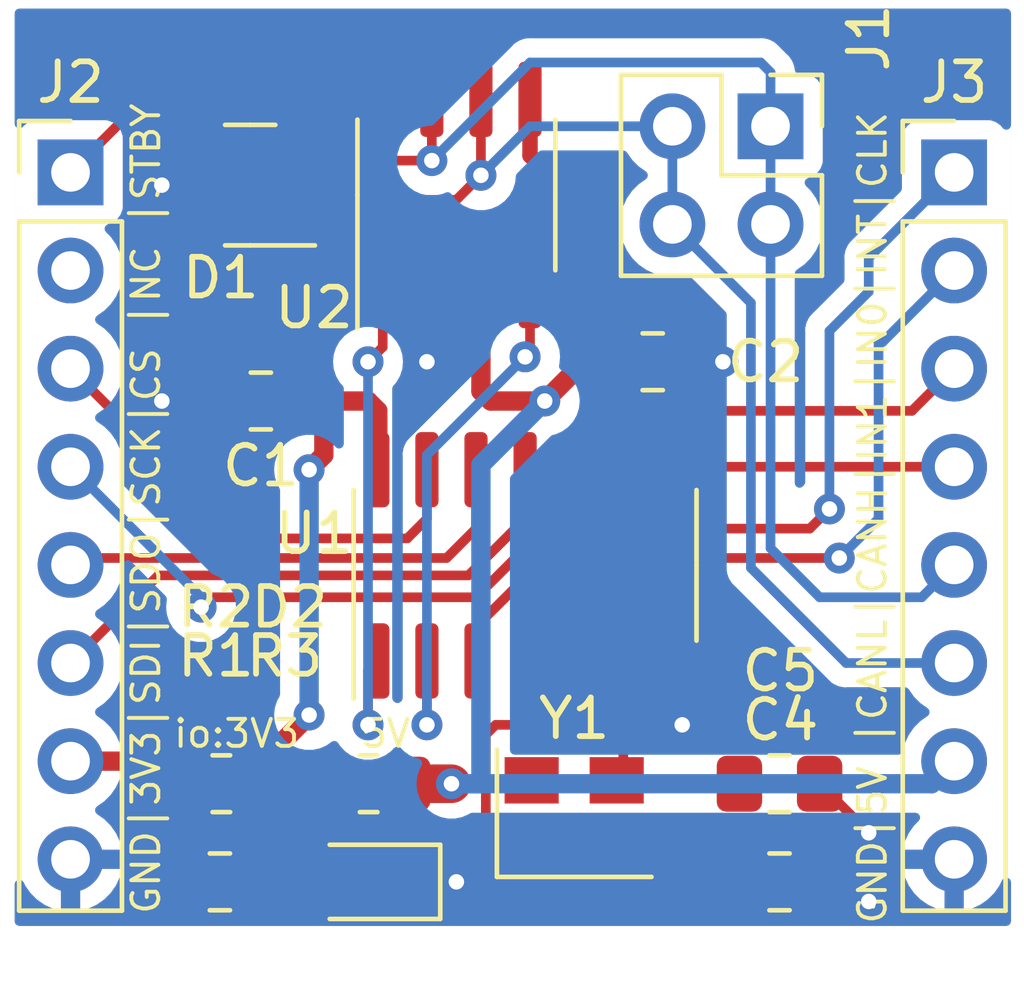
<source format=kicad_pcb>
(kicad_pcb (version 20221018) (generator pcbnew)
  (layers (0 "F.Cu" signal) (31 "B.Cu" signal) (34 "B.Paste" user) (35 "F.Paste" user) (36 "B.SilkS" user "B.Silkscreen") (37 "F.SilkS" user "F.Silkscreen") (38 "B.Mask" user) (39 "F.Mask" user) (44 "Edge.Cuts" user))
  (net 0 "")
  (net 1 "GND")
  (net 2 "Net-(U1-TXCAN)")
  (net 3 "Net-(U1-RXCAN)")
  (net 4 "+3V3")
  (net 5 "+5V")
  (net 6 "/INT")
  (net 7 "Net-(U1-OSC2)")
  (net 8 "Net-(U1-OSC1)")
  (net 9 "/INT1")
  (net 10 "/INT0")
  (net 11 "/SCK")
  (net 12 "/SDI")
  (net 13 "/SDO")
  (net 14 "/nCS")
  (net 16 "/STBY")
  (net 18 "VDD")
  (net 19 "/CANL")
  (net 20 "/CANH")
  (net 21 "Net-(D2-A)")
  (net 22 "/CLK")
  (footprint "LED_SMD:LED_0805_2012Metric_Pad1.15x1.40mm_HandSolder" (layer "F.Cu") (at 107.705 118.364 180)
    (fp_text reference "D2" (at 2.041 7.112) (layer "F.SilkS"))
    (fp_text value "LED" hide)
    (fp_line (start -1.86 -0.96) (end -1.86 0.96) (stroke (width 0.12)) (layer "F.SilkS"))
    (fp_line (start -1.86 0.96) (end 1 0.96) (stroke (width 0.12)) (layer "F.SilkS"))
    (fp_line (start 1 -0.96) (end -1.86 -0.96) (stroke (width 0.12)) (layer "F.SilkS"))
    (pad "1" smd roundrect (at -1.025 0 180) (size 1.15 1.4) (layers "F.Cu" "F.Paste" "F.Mask") (roundrect_rratio 0.2173913043) (net 1 "GND"))
    (pad "2" smd roundrect (at 1.025 0 180) (size 1.15 1.4) (layers "F.Cu" "F.Paste" "F.Mask") (roundrect_rratio 0.2173913043) (net 21 "Net-(D2-A)"))
  )
  (footprint "Capacitor_SMD:C_0805_2012Metric_Pad1.18x1.45mm_HandSolder" (layer "F.Cu") (at 103.8645 118.364)
    (fp_text reference "R1" (at -0.1055 -5.842) (layer "F.SilkS"))
    (fp_text value "470")
    (fp_line (start -0.261252 -0.735) (end 0.261252 -0.735) (stroke (width 0.12)) (layer "F.SilkS"))
    (fp_line (start -0.261252 0.735) (end 0.261252 0.735) (stroke (width 0.12)) (layer "F.SilkS"))
    (pad "1" smd roundrect (at -1.0375 0) (size 1.175 1.45) (layers "F.Cu" "F.Paste" "F.Mask") (roundrect_rratio 0.2127659574) (net 18 "VDD"))
    (pad "2" smd roundrect (at 1.0375 0) (size 1.175 1.45) (layers "F.Cu" "F.Paste" "F.Mask") (roundrect_rratio 0.2127659574) (net 21 "Net-(D2-A)"))
  )
  (footprint "Package_SO:SOIC-14_3.9x8.7mm_P1.27mm" (layer "F.Cu") (at 111.76 110.171 90)
    (fp_text reference "U1" (at 0.824 -5.461 180) (layer "F.SilkS"))
    (fp_text value "MCP2517FD-xSL")
    (fp_line (start 0 -4.435) (end -3.45 -4.435) (stroke (width 0.12)) (layer "F.SilkS"))
    (fp_line (start 0 -4.435) (end 1.95 -4.435) (stroke (width 0.12)) (layer "F.SilkS"))
    (fp_line (start 0 4.435) (end -1.95 4.435) (stroke (width 0.12)) (layer "F.SilkS"))
    (fp_line (start 0 4.435) (end 1.95 4.435) (stroke (width 0.12)) (layer "F.SilkS"))
    (pad "1" smd roundrect (at -2.475 -3.81 90) (size 1.95 0.6) (layers "F.Cu" "F.Paste" "F.Mask") (net 2 "Net-(U1-TXCAN)"))
    (pad "2" smd roundrect (at -2.475 -2.54 90) (size 1.95 0.6) (layers "F.Cu" "F.Paste" "F.Mask") (net 3 "Net-(U1-RXCAN)"))
    (pad "3" smd roundrect (at -2.475 -1.27 90) (size 1.95 0.6) (layers "F.Cu" "F.Paste" "F.Mask") (net 22 "/CLK"))
    (pad "4" smd roundrect (at -2.475 0 90) (size 1.95 0.6) (layers "F.Cu" "F.Paste" "F.Mask") (net 6 "/INT"))
    (pad "5" smd roundrect (at -2.475 1.27 90) (size 1.95 0.6) (layers "F.Cu" "F.Paste" "F.Mask") (net 7 "Net-(U1-OSC2)"))
    (pad "6" smd roundrect (at -2.475 2.54 90) (size 1.95 0.6) (layers "F.Cu" "F.Paste" "F.Mask") (net 8 "Net-(U1-OSC1)"))
    (pad "7" smd roundrect (at -2.475 3.81 90) (size 1.95 0.6) (layers "F.Cu" "F.Paste" "F.Mask") (net 1 "GND"))
    (pad "8" smd roundrect (at 2.475 3.81 90) (size 1.95 0.6) (layers "F.Cu" "F.Paste" "F.Mask") (net 9 "/INT1"))
    (pad "9" smd roundrect (at 2.475 2.54 90) (size 1.95 0.6) (layers "F.Cu" "F.Paste" "F.Mask") (net 10 "/INT0"))
    (pad "10" smd roundrect (at 2.475 1.27 90) (size 1.95 0.6) (layers "F.Cu" "F.Paste" "F.Mask") (net 11 "/SCK"))
    (pad "11" smd roundrect (at 2.475 0 90) (size 1.95 0.6) (layers "F.Cu" "F.Paste" "F.Mask") (net 12 "/SDI"))
    (pad "12" smd roundrect (at 2.475 -1.27 90) (size 1.95 0.6) (layers "F.Cu" "F.Paste" "F.Mask") (net 13 "/SDO"))
    (pad "13" smd roundrect (at 2.475 -2.54 90) (size 1.95 0.6) (layers "F.Cu" "F.Paste" "F.Mask") (net 14 "/nCS"))
    (pad "14" smd roundrect (at 2.475 -3.81 90) (size 1.95 0.6) (layers "F.Cu" "F.Paste" "F.Mask") (net 18 "VDD"))
  )
  (footprint "Connector_PinHeader_2.54mm:PinHeader_1x08_P2.54mm_Vertical" (layer "F.Cu") (at 100 100)
    (fp_text reference "J2" (at 0 -2.33) (layer "F.SilkS"))
    (fp_text value "Conn_01x08" hide)
    (fp_line (start -1.33 -1.33) (end 0 -1.33) (stroke (width 0.12)) (layer "F.SilkS"))
    (fp_line (start -1.33 0) (end -1.33 -1.33) (stroke (width 0.12)) (layer "F.SilkS"))
    (fp_line (start -1.33 1.27) (end -1.33 19.11) (stroke (width 0.12)) (layer "F.SilkS"))
    (fp_line (start -1.33 1.27) (end 1.33 1.27) (stroke (width 0.12)) (layer "F.SilkS"))
    (fp_line (start -1.33 19.11) (end 1.33 19.11) (stroke (width 0.12)) (layer "F.SilkS"))
    (fp_line (start 1.33 1.27) (end 1.33 19.11) (stroke (width 0.12)) (layer "F.SilkS"))
    (pad "1" thru_hole rect (at 0 0) (size 1.7 1.7) (drill 1) (layers "*.Cu" "*.Mask") (net 16 "/STBY"))
    (pad "2" thru_hole oval (at 0 2.54) (size 1.7 1.7) (drill 1) (layers "*.Cu" "*.Mask"))
    (pad "3" thru_hole oval (at 0 5.08) (size 1.7 1.7) (drill 1) (layers "*.Cu" "*.Mask") (net 14 "/nCS"))
    (pad "4" thru_hole oval (at 0 7.62) (size 1.7 1.7) (drill 1) (layers "*.Cu" "*.Mask") (net 11 "/SCK"))
    (pad "5" thru_hole oval (at 0 10.16) (size 1.7 1.7) (drill 1) (layers "*.Cu" "*.Mask") (net 13 "/SDO"))
    (pad "6" thru_hole oval (at 0 12.7) (size 1.7 1.7) (drill 1) (layers "*.Cu" "*.Mask") (net 12 "/SDI"))
    (pad "7" thru_hole oval (at 0 15.24) (size 1.7 1.7) (drill 1) (layers "*.Cu" "*.Mask") (net 4 "+3V3"))
    (pad "8" thru_hole oval (at 0 17.78) (size 1.7 1.7) (drill 1) (layers "*.Cu" "*.Mask") (net 1 "GND"))
  )
  (footprint "Package_SO:SOIC-8_3.9x4.9mm_P1.27mm" (layer "F.Cu") (at 109.982 100.584 90)
    (fp_text reference "U2" (at -2.921 -3.683 180) (layer "F.SilkS"))
    (fp_text value "MCP2562-E-SN" hide)
    (fp_line (start 0 -2.56) (end -3.45 -2.56) (stroke (width 0.12)) (layer "F.SilkS"))
    (fp_line (start 0 -2.56) (end 1.95 -2.56) (stroke (width 0.12)) (layer "F.SilkS"))
    (fp_line (start 0 2.56) (end -1.95 2.56) (stroke (width 0.12)) (layer "F.SilkS"))
    (fp_line (start 0 2.56) (end 1.95 2.56) (stroke (width 0.12)) (layer "F.SilkS"))
    (pad "1" smd roundrect (at -2.475 -1.905 90) (size 1.95 0.6) (layers "F.Cu" "F.Paste" "F.Mask") (net 2 "Net-(U1-TXCAN)"))
    (pad "2" smd roundrect (at -2.475 -0.635 90) (size 1.95 0.6) (layers "F.Cu" "F.Paste" "F.Mask") (net 1 "GND"))
    (pad "3" smd roundrect (at -2.475 0.635 90) (size 1.95 0.6) (layers "F.Cu" "F.Paste" "F.Mask") (net 5 "+5V"))
    (pad "4" smd roundrect (at -2.475 1.905 90) (size 1.95 0.6) (layers "F.Cu" "F.Paste" "F.Mask") (net 3 "Net-(U1-RXCAN)"))
    (pad "5" smd roundrect (at 2.475 1.905 90) (size 1.95 0.6) (layers "F.Cu" "F.Paste" "F.Mask") (net 18 "VDD"))
    (pad "6" smd roundrect (at 2.475 0.635 90) (size 1.95 0.6) (layers "F.Cu" "F.Paste" "F.Mask") (net 19 "/CANL"))
    (pad "7" smd roundrect (at 2.475 -0.635 90) (size 1.95 0.6) (layers "F.Cu" "F.Paste" "F.Mask") (net 20 "/CANH"))
    (pad "8" smd roundrect (at 2.475 -1.905 90) (size 1.95 0.6) (layers "F.Cu" "F.Paste" "F.Mask") (net 16 "/STBY"))
  )
  (footprint "Crystal:Crystal_SMD_3225-4Pin_3.2x2.5mm" (layer "F.Cu") (at 113.03 116.586)
    (fp_text reference "Y1" (at 0 -2.45) (layer "F.SilkS"))
    (fp_text value "40MHz")
    (fp_line (start -2 -1.65) (end -2 1.65) (stroke (width 0.12)) (layer "F.SilkS"))
    (fp_line (start -2 1.65) (end 2 1.65) (stroke (width 0.12)) (layer "F.SilkS"))
    (pad "1" smd rect (at -1.1 0.85) (size 1.4 1.2) (layers "F.Cu" "F.Paste" "F.Mask") (net 7 "Net-(U1-OSC2)"))
    (pad "2" smd rect (at 1.1 0.85) (size 1.4 1.2) (layers "F.Cu" "F.Paste" "F.Mask"))
    (pad "3" smd rect (at 1.1 -0.85) (size 1.4 1.2) (layers "F.Cu" "F.Paste" "F.Mask") (net 8 "Net-(U1-OSC1)"))
    (pad "4" smd rect (at -1.1 -0.85) (size 1.4 1.2) (layers "F.Cu" "F.Paste" "F.Mask"))
  )
  (footprint "Resistor_SMD:R_0805_2012Metric_Pad1.20x1.40mm_HandSolder" (layer "F.Cu") (at 103.902 115.824)
    (fp_text reference "R2" (at -0.143 -4.572) (layer "F.SilkS"))
    (fp_text value "0")
    (fp_line (start -0.227064 -0.735) (end 0.227064 -0.735) (stroke (width 0.12)) (layer "F.SilkS"))
    (fp_line (start -0.227064 0.735) (end 0.227064 0.735) (stroke (width 0.12)) (layer "F.SilkS"))
    (pad "1" smd roundrect (at -1 0) (size 1.2 1.4) (layers "F.Cu" "F.Paste" "F.Mask") (roundrect_rratio 0.2083333333) (net 4 "+3V3"))
    (pad "2" smd roundrect (at 1 0) (size 1.2 1.4) (layers "F.Cu" "F.Paste" "F.Mask") (roundrect_rratio 0.2083333333) (net 18 "VDD"))
  )
  (footprint "Connector_PinHeader_2.54mm:PinHeader_2x02_P2.54mm_Vertical" (layer "F.Cu") (at 118.11 98.806 -90)
    (fp_text reference "J1" (at -2.286 -2.54 90) (layer "F.SilkS"))
    (fp_text value "Conn_02x02_Odd_Even" hide)
    (fp_line (start -1.33 -1.33) (end 0 -1.33) (stroke (width 0.12)) (layer "F.SilkS"))
    (fp_line (start -1.33 0) (end -1.33 -1.33) (stroke (width 0.12)) (layer "F.SilkS"))
    (fp_line (start -1.33 1.27) (end -1.33 3.87) (stroke (width 0.12)) (layer "F.SilkS"))
    (fp_line (start -1.33 1.27) (end 1.27 1.27) (stroke (width 0.12)) (layer "F.SilkS"))
    (fp_line (start -1.33 3.87) (end 3.87 3.87) (stroke (width 0.12)) (layer "F.SilkS"))
    (fp_line (start 1.27 -1.33) (end 3.87 -1.33) (stroke (width 0.12)) (layer "F.SilkS"))
    (fp_line (start 1.27 1.27) (end 1.27 -1.33) (stroke (width 0.12)) (layer "F.SilkS"))
    (fp_line (start 3.87 -1.33) (end 3.87 3.87) (stroke (width 0.12)) (layer "F.SilkS"))
    (pad "1" thru_hole rect (at 0 0 270) (size 1.7 1.7) (drill 1) (layers "*.Cu" "*.Mask") (net 20 "/CANH"))
    (pad "2" thru_hole oval (at 2.54 0 270) (size 1.7 1.7) (drill 1) (layers "*.Cu" "*.Mask") (net 20 "/CANH"))
    (pad "3" thru_hole oval (at 0 2.54 270) (size 1.7 1.7) (drill 1) (layers "*.Cu" "*.Mask") (net 19 "/CANL"))
    (pad "4" thru_hole oval (at 2.54 2.54 270) (size 1.7 1.7) (drill 1) (layers "*.Cu" "*.Mask") (net 19 "/CANL"))
  )
  (footprint "Capacitor_SMD:C_0805_2012Metric_Pad1.18x1.45mm_HandSolder" (layer "F.Cu") (at 104.9235 105.918 180)
    (fp_text reference "C1" (at 0 -1.68) (layer "F.SilkS"))
    (fp_text value "100nF")
    (fp_line (start -0.261252 -0.735) (end 0.261252 -0.735) (stroke (width 0.12)) (layer "F.SilkS"))
    (fp_line (start -0.261252 0.735) (end 0.261252 0.735) (stroke (width 0.12)) (layer "F.SilkS"))
    (pad "1" smd roundrect (at -1.0375 0 180) (size 1.175 1.45) (layers "F.Cu" "F.Paste" "F.Mask") (roundrect_rratio 0.2127659574) (net 18 "VDD"))
    (pad "2" smd roundrect (at 1.0375 0 180) (size 1.175 1.45) (layers "F.Cu" "F.Paste" "F.Mask") (roundrect_rratio 0.2127659574) (net 1 "GND"))
  )
  (footprint "Package_TO_SOT_SMD:SOT-23" (layer "F.Cu") (at 104.648 100.33 180)
    (fp_text reference "D1" (at 0.762 -2.4) (layer "F.SilkS"))
    (fp_text value "PESD2CAN")
    (fp_line (start 0 -1.56) (end -1.675 -1.56) (stroke (width 0.12)) (layer "F.SilkS"))
    (fp_line (start 0 -1.56) (end 0.65 -1.56) (stroke (width 0.12)) (layer "F.SilkS"))
    (fp_line (start 0 1.56) (end -0.65 1.56) (stroke (width 0.12)) (layer "F.SilkS"))
    (fp_line (start 0 1.56) (end 0.65 1.56) (stroke (width 0.12)) (layer "F.SilkS"))
    (pad "1" smd roundrect (at -0.9375 -0.95 180) (size 1.475 0.6) (layers "F.Cu" "F.Paste" "F.Mask") (net 19 "/CANL"))
    (pad "2" smd roundrect (at -0.9375 0.95 180) (size 1.475 0.6) (layers "F.Cu" "F.Paste" "F.Mask") (net 20 "/CANH"))
    (pad "3" smd roundrect (at 0.9375 0 180) (size 1.475 0.6) (layers "F.Cu" "F.Paste" "F.Mask") (net 1 "GND"))
  )
  (footprint "Capacitor_SMD:C_0805_2012Metric_Pad1.18x1.45mm_HandSolder" (layer "F.Cu") (at 118.3425 115.824)
    (fp_text reference "C5" (at 0.0215 -2.921) (layer "F.SilkS"))
    (fp_text value "22pF")
    (fp_line (start -0.261252 -0.735) (end 0.261252 -0.735) (stroke (width 0.12)) (layer "F.SilkS"))
    (fp_line (start -0.261252 0.735) (end 0.261252 0.735) (stroke (width 0.12)) (layer "F.SilkS"))
    (pad "1" smd roundrect (at -1.0375 0) (size 1.175 1.45) (layers "F.Cu" "F.Paste" "F.Mask") (roundrect_rratio 0.2127659574) (net 8 "Net-(U1-OSC1)"))
    (pad "2" smd roundrect (at 1.0375 0) (size 1.175 1.45) (layers "F.Cu" "F.Paste" "F.Mask") (roundrect_rratio 0.2127659574) (net 1 "GND"))
  )
  (footprint "Capacitor_SMD:C_0805_2012Metric_Pad1.18x1.45mm_HandSolder" (layer "F.Cu") (at 118.3425 118.364)
    (fp_text reference "C4" (at 0.0215 -4.191) (layer "F.SilkS"))
    (fp_text value "22pF" hide)
    (fp_line (start -0.261252 -0.735) (end 0.261252 -0.735) (stroke (width 0.12)) (layer "F.SilkS"))
    (fp_line (start -0.261252 0.735) (end 0.261252 0.735) (stroke (width 0.12)) (layer "F.SilkS"))
    (pad "1" smd roundrect (at -1.0375 0) (size 1.175 1.45) (layers "F.Cu" "F.Paste" "F.Mask") (roundrect_rratio 0.2127659574) (net 7 "Net-(U1-OSC2)"))
    (pad "2" smd roundrect (at 1.0375 0) (size 1.175 1.45) (layers "F.Cu" "F.Paste" "F.Mask") (roundrect_rratio 0.2127659574) (net 1 "GND"))
  )
  (footprint "Connector_PinHeader_2.54mm:PinHeader_1x08_P2.54mm_Vertical" (layer "F.Cu") (at 122.86 100)
    (fp_text reference "J3" (at 0 -2.33) (layer "F.SilkS"))
    (fp_text value "Conn_01x08" hide)
    (fp_line (start -1.33 -1.33) (end 0 -1.33) (stroke (width 0.12)) (layer "F.SilkS"))
    (fp_line (start -1.33 0) (end -1.33 -1.33) (stroke (width 0.12)) (layer "F.SilkS"))
    (fp_line (start -1.33 1.27) (end -1.33 19.11) (stroke (width 0.12)) (layer "F.SilkS"))
    (fp_line (start -1.33 1.27) (end 1.33 1.27) (stroke (width 0.12)) (layer "F.SilkS"))
    (fp_line (start -1.33 19.11) (end 1.33 19.11) (stroke (width 0.12)) (layer "F.SilkS"))
    (fp_line (start 1.33 1.27) (end 1.33 19.11) (stroke (width 0.12)) (layer "F.SilkS"))
    (pad "1" thru_hole rect (at 0 0) (size 1.7 1.7) (drill 1) (layers "*.Cu" "*.Mask") (net 22 "/CLK"))
    (pad "2" thru_hole oval (at 0 2.54) (size 1.7 1.7) (drill 1) (layers "*.Cu" "*.Mask") (net 6 "/INT"))
    (pad "3" thru_hole oval (at 0 5.08) (size 1.7 1.7) (drill 1) (layers "*.Cu" "*.Mask") (net 10 "/INT0"))
    (pad "4" thru_hole oval (at 0 7.62) (size 1.7 1.7) (drill 1) (layers "*.Cu" "*.Mask") (net 9 "/INT1"))
    (pad "5" thru_hole oval (at 0 10.16) (size 1.7 1.7) (drill 1) (layers "*.Cu" "*.Mask") (net 20 "/CANH"))
    (pad "6" thru_hole oval (at 0 12.7) (size 1.7 1.7) (drill 1) (layers "*.Cu" "*.Mask") (net 19 "/CANL"))
    (pad "7" thru_hole oval (at 0 15.24) (size 1.7 1.7) (drill 1) (layers "*.Cu" "*.Mask") (net 5 "+5V"))
    (pad "8" thru_hole oval (at 0 17.78) (size 1.7 1.7) (drill 1) (layers "*.Cu" "*.Mask") (net 1 "GND"))
  )
  (footprint "Resistor_SMD:R_0805_2012Metric_Pad1.20x1.40mm_HandSolder" (layer "F.Cu") (at 107.712 115.824 180)
    (fp_text reference "R3" (at 2.175 3.302) (layer "F.SilkS"))
    (fp_text value "0")
    (fp_line (start -0.227064 -0.735) (end 0.227064 -0.735) (stroke (width 0.12)) (layer "F.SilkS"))
    (fp_line (start -0.227064 0.735) (end 0.227064 0.735) (stroke (width 0.12)) (layer "F.SilkS"))
    (pad "1" smd roundrect (at -1 0 180) (size 1.2 1.4) (layers "F.Cu" "F.Paste" "F.Mask") (roundrect_rratio 0.2083333333) (net 5 "+5V"))
    (pad "2" smd roundrect (at 1 0 180) (size 1.2 1.4) (layers "F.Cu" "F.Paste" "F.Mask") (roundrect_rratio 0.2083333333) (net 18 "VDD"))
  )
  (footprint "Capacitor_SMD:C_0805_2012Metric_Pad1.18x1.45mm_HandSolder" (layer "F.Cu") (at 115.062 104.902)
    (fp_text reference "C2" (at 2.921 0) (layer "F.SilkS"))
    (fp_text value "100nF")
    (fp_line (start -0.261252 -0.735) (end 0.261252 -0.735) (stroke (width 0.12)) (layer "F.SilkS"))
    (fp_line (start -0.261252 0.735) (end 0.261252 0.735) (stroke (width 0.12)) (layer "F.SilkS"))
    (pad "1" smd roundrect (at -1.0375 0) (size 1.175 1.45) (layers "F.Cu" "F.Paste" "F.Mask") (roundrect_rratio 0.2127659574) (net 5 "+5V"))
    (pad "2" smd roundrect (at 1.0375 0) (size 1.175 1.45) (layers "F.Cu" "F.Paste" "F.Mask") (roundrect_rratio 0.2127659574) (net 1 "GND"))
  )
  (gr_rect (start 98.552 95.758) (end 124.333 119.507) (stroke (width 0.001)) (fill none) (layer "Edge.Cuts"))
  (gr_text "io:3V3   5V" (at 102.616 114.935) (layer "F.SilkS") (effects (font (size 0.7 0.7) (thickness 0.1)) (justify left bottom)))
  (gr_text "GND|5V |CANL|CANH|IN1|IN0|INT|CLK" (at 121.158 119.507 90) (layer "F.SilkS") (effects (font (size 0.7 0.7) (thickness 0.1)) (justify left bottom)))
  (gr_text "GND|3V3|SDI|SDO|SCK|CS |NC |STBY" (at 102.362 119.253 90) (layer "F.SilkS") (effects (font (size 0.7 0.7) (thickness 0.1)) (justify left bottom)))
  (segment (start 108.73 118.364) (end 109.982 118.364) (width 0.25) (layer "F.Cu") (net 1))
  (segment (start 119.38 118.364) (end 120.142 118.364) (width 0.25) (layer "F.Cu") (net 1))
  (segment (start 103.7105 100.33) (end 102.362 100.33) (width 0.25) (layer "F.Cu") (net 1))
  (segment (start 120.142 118.364) (end 120.65 118.872) (width 0.25) (layer "F.Cu") (net 1))
  (segment (start 115.57 112.646) (end 115.57 114.046) (width 0.25) (layer "F.Cu") (net 1))
  (segment (start 120.65 117.094) (end 119.38 115.824) (width 0.25) (layer "F.Cu") (net 1))
  (segment (start 103.886 105.918) (end 102.362 105.918) (width 0.25) (layer "F.Cu") (net 1))
  (segment (start 109.347 104.775) (end 109.22 104.902) (width 0.25) (layer "F.Cu") (net 1))
  (segment (start 116.0995 104.902) (end 116.8775 104.902) (width 0.25) (layer "F.Cu") (net 1))
  (segment (start 109.347 103.059) (end 109.347 104.775) (width 0.25) (layer "F.Cu") (net 1))
  (segment (start 115.57 114.046) (end 115.824 114.3) (width 0.25) (layer "F.Cu") (net 1))
  (via (at 116.8775 104.902) (size 0.8) (drill 0.4) (layers "F.Cu" "B.Cu") (net 1))
  (via (at 102.362 100.33) (size 0.8) (drill 0.4) (layers "F.Cu" "B.Cu") (net 1))
  (via (at 109.22 104.902) (size 0.8) (drill 0.4) (layers "F.Cu" "B.Cu") (net 1))
  (via (at 120.65 117.094) (size 0.8) (drill 0.4) (layers "F.Cu" "B.Cu") (net 1))
  (via (at 102.362 105.918) (size 0.8) (drill 0.4) (layers "F.Cu" "B.Cu") (net 1))
  (via (at 120.65 118.872) (size 0.8) (drill 0.4) (layers "F.Cu" "B.Cu") (net 1))
  (via (at 109.982 118.364) (size 0.8) (drill 0.4) (layers "F.Cu" "B.Cu") (net 1))
  (via (at 115.824 114.3) (size 0.8) (drill 0.4) (layers "F.Cu" "B.Cu") (net 1))
  (segment (start 108.077 104.521) (end 107.696 104.902) (width 0.25) (layer "F.Cu") (net 2))
  (segment (start 108.077 103.059) (end 108.077 104.521) (width 0.25) (layer "F.Cu") (net 2))
  (segment (start 107.696 114.3) (end 107.696 112.9) (width 0.25) (layer "F.Cu") (net 2))
  (segment (start 107.696 112.9) (end 107.95 112.646) (width 0.25) (layer "F.Cu") (net 2))
  (via (at 107.696 114.3) (size 0.8) (drill 0.4) (layers "F.Cu" "B.Cu") (net 2))
  (via (at 107.696 104.902) (size 0.8) (drill 0.4) (layers "F.Cu" "B.Cu") (net 2))
  (segment (start 107.696 104.902) (end 107.696 114.3) (width 0.25) (layer "B.Cu") (net 2))
  (segment (start 111.887 104.648) (end 111.76 104.775) (width 0.25) (layer "F.Cu") (net 3))
  (segment (start 109.22 114.3) (end 109.22 112.646) (width 0.25) (layer "F.Cu") (net 3))
  (segment (start 111.887 103.059) (end 111.887 104.648) (width 0.25) (layer "F.Cu") (net 3))
  (via (at 109.22 114.3) (size 0.8) (drill 0.4) (layers "F.Cu" "B.Cu") (net 3))
  (via (at 111.76 104.775) (size 0.8) (drill 0.4) (layers "F.Cu" "B.Cu") (net 3))
  (segment (start 111.76 104.775) (end 109.22 107.315) (width 0.25) (layer "B.Cu") (net 3))
  (segment (start 109.22 107.315) (end 109.22 114.3) (width 0.25) (layer "B.Cu") (net 3))
  (segment (start 100 115.24) (end 102.318 115.24) (width 0.5) (layer "F.Cu") (net 4))
  (segment (start 102.318 115.24) (end 102.902 115.824) (width 0.5) (layer "F.Cu") (net 4))
  (segment (start 110.617 103.059) (end 110.617 105.664) (width 0.5) (layer "F.Cu") (net 5))
  (segment (start 114.0245 104.902) (end 113.284 104.902) (width 0.5) (layer "F.Cu") (net 5))
  (segment (start 110.617 105.664) (end 110.871 105.918) (width 0.5) (layer "F.Cu") (net 5))
  (segment (start 110.871 105.918) (end 112.268 105.918) (width 0.5) (layer "F.Cu") (net 5))
  (segment (start 109.855 115.824) (end 108.712 115.824) (width 1) (layer "F.Cu") (net 5))
  (segment (start 113.284 104.902) (end 112.268 105.918) (width 0.5) (layer "F.Cu") (net 5))
  (via (at 109.855 115.824) (size 0.8) (drill 0.4) (layers "F.Cu" "B.Cu") (net 5))
  (via (at 112.268 105.918) (size 0.8) (drill 0.4) (layers "F.Cu" "B.Cu") (net 5))
  (segment (start 122.276 115.824) (end 122.86 115.24) (width 0.5) (layer "B.Cu") (net 5))
  (segment (start 112.268 105.918) (end 110.617 107.569) (width 0.5) (layer "B.Cu") (net 5))
  (segment (start 110.617 115.824) (end 109.855 115.824) (width 0.5) (layer "B.Cu") (net 5))
  (segment (start 110.617 107.569) (end 110.617 115.824) (width 0.5) (layer "B.Cu") (net 5))
  (segment (start 109.855 115.824) (end 122.276 115.824) (width 0.5) (layer "B.Cu") (net 5))
  (segment (start 119.888 109.982) (end 113.03 109.982) (width 0.25) (layer "F.Cu") (net 6))
  (segment (start 111.76 111.252) (end 111.76 112.646) (width 0.25) (layer "F.Cu") (net 6))
  (segment (start 113.03 109.982) (end 111.76 111.252) (width 0.25) (layer "F.Cu") (net 6))
  (via (at 119.888 109.982) (size 0.8) (drill 0.4) (layers "F.Cu" "B.Cu") (net 6))
  (segment (start 120.904 104.394) (end 121.006 104.394) (width 0.25) (layer "B.Cu") (net 6))
  (segment (start 121.006 104.394) (end 122.86 102.54) (width 0.25) (layer "B.Cu") (net 6))
  (segment (start 120.904 108.966) (end 120.904 104.394) (width 0.25) (layer "B.Cu") (net 6))
  (segment (start 119.888 109.982) (end 120.904 108.966) (width 0.25) (layer "B.Cu") (net 6))
  (segment (start 111.086 117.436) (end 111.93 117.436) (width 0.25) (layer "F.Cu") (net 7))
  (segment (start 112.268 118.618) (end 111.93 118.28) (width 0.25) (layer "F.Cu") (net 7))
  (segment (start 110.744 117.094) (end 111.086 117.436) (width 0.25) (layer "F.Cu") (net 7))
  (segment (start 110.998 114.3) (end 110.744 114.554) (width 0.25) (layer "F.Cu") (net 7))
  (segment (start 111.93 118.28) (end 111.93 117.436) (width 0.25) (layer "F.Cu") (net 7))
  (segment (start 117.051 118.618) (end 112.268 118.618) (width 0.25) (layer "F.Cu") (net 7))
  (segment (start 110.744 114.554) (end 110.744 117.094) (width 0.25) (layer "F.Cu") (net 7))
  (segment (start 113.03 113.538) (end 112.268 114.3) (width 0.25) (layer "F.Cu") (net 7))
  (segment (start 112.268 114.3) (end 110.998 114.3) (width 0.25) (layer "F.Cu") (net 7))
  (segment (start 117.305 118.364) (end 117.051 118.618) (width 0.25) (layer "F.Cu") (net 7))
  (segment (start 113.03 112.646) (end 113.03 113.538) (width 0.25) (layer "F.Cu") (net 7))
  (segment (start 117.305 115.824) (end 117.217 115.736) (width 0.25) (layer "F.Cu") (net 8))
  (segment (start 117.217 115.736) (end 114.13 115.736) (width 0.25) (layer "F.Cu") (net 8))
  (segment (start 114.3 115.566) (end 114.13 115.736) (width 0.25) (layer "F.Cu") (net 8))
  (segment (start 114.3 112.646) (end 114.3 115.566) (width 0.25) (layer "F.Cu") (net 8))
  (segment (start 115.646 107.62) (end 122.86 107.62) (width 0.25) (layer "F.Cu") (net 9))
  (segment (start 115.57 107.696) (end 115.646 107.62) (width 0.25) (layer "F.Cu") (net 9))
  (segment (start 114.3 106.426) (end 114.554 106.172) (width 0.25) (layer "F.Cu") (net 10))
  (segment (start 121.768 106.172) (end 122.86 105.08) (width 0.25) (layer "F.Cu") (net 10))
  (segment (start 114.3 107.696) (end 114.3 106.426) (width 0.25) (layer "F.Cu") (net 10))
  (segment (start 114.554 106.172) (end 121.768 106.172) (width 0.25) (layer "F.Cu") (net 10))
  (segment (start 103.632 110.998) (end 103.378 111.252) (width 0.25) (layer "F.Cu") (net 11))
  (segment (start 113.03 108.458698) (end 110.490698 110.998) (width 0.25) (layer "F.Cu") (net 11))
  (segment (start 113.03 107.696) (end 113.03 108.458698) (width 0.25) (layer "F.Cu") (net 11))
  (segment (start 110.490698 110.998) (end 103.632 110.998) (width 0.25) (layer "F.Cu") (net 11))
  (via (at 103.378 111.252) (size 0.8) (drill 0.4) (layers "F.Cu" "B.Cu") (net 11))
  (segment (start 103.378 111.252) (end 103.378 110.998) (width 0.25) (layer "B.Cu") (net 11))
  (segment (start 103.378 110.998) (end 100 107.62) (width 0.25) (layer "B.Cu") (net 11))
  (segment (start 111.76 107.696) (end 111.76 108.966) (width 0.25) (layer "F.Cu") (net 12))
  (segment (start 102.268 110.432) (end 100 112.7) (width 0.25) (layer "F.Cu") (net 12))
  (segment (start 111.76 108.966) (end 110.294 110.432) (width 0.25) (layer "F.Cu") (net 12))
  (segment (start 110.294 110.432) (end 102.268 110.432) (width 0.25) (layer "F.Cu") (net 12))
  (segment (start 100.178 109.982) (end 100 110.16) (width 0.25) (layer "F.Cu") (net 13))
  (segment (start 110.49 107.696) (end 110.49 109.22) (width 0.25) (layer "F.Cu") (net 13))
  (segment (start 109.728 109.982) (end 100.178 109.982) (width 0.25) (layer "F.Cu") (net 13))
  (segment (start 110.49 109.22) (end 109.728 109.982) (width 0.25) (layer "F.Cu") (net 13))
  (segment (start 108.712 109.474) (end 104.394 109.474) (width 0.25) (layer "F.Cu") (net 14))
  (segment (start 109.22 108.966) (end 108.712 109.474) (width 0.25) (layer "F.Cu") (net 14))
  (segment (start 109.22 107.696) (end 109.22 108.966) (width 0.25) (layer "F.Cu") (net 14))
  (segment (start 104.394 109.474) (end 100 105.08) (width 0.25) (layer "F.Cu") (net 14))
  (segment (start 101.891 98.109) (end 100 100) (width 0.25) (layer "F.Cu") (net 16))
  (segment (start 108.077 98.109) (end 101.891 98.109) (width 0.25) (layer "F.Cu") (net 16))
  (segment (start 107.95 107.696) (end 107.95 106.172) (width 0.5) (layer "F.Cu") (net 18))
  (segment (start 107.95 106.172) (end 107.696 105.918) (width 0.5) (layer "F.Cu") (net 18))
  (segment (start 106.934 101.981) (end 106.934 103.632) (width 0.4) (layer "F.Cu") (net 18))
  (segment (start 105.961 105.918) (end 106.807 105.918) (width 0.5) (layer "F.Cu") (net 18))
  (segment (start 102.827 118.364) (end 102.827 117.899) (width 0.25) (layer "F.Cu") (net 18))
  (segment (start 111.887 99.568) (end 112.141 99.822) (width 0.4) (layer "F.Cu") (net 18))
  (segment (start 111.887 98.109) (end 111.887 99.568) (width 0.4) (layer "F.Cu") (net 18))
  (segment (start 107.569 101.346) (end 106.934 101.981) (width 0.4) (layer "F.Cu") (net 18))
  (segment (start 104.902 115.316) (end 106.172 114.046) (width 0.5) (layer "F.Cu") (net 18))
  (segment (start 105.918 104.648) (end 105.918 105.875) (width 0.4) (layer "F.Cu") (net 18))
  (segment (start 104.902 115.824) (end 104.902 115.316) (width 0.25) (layer "F.Cu") (net 18))
  (segment (start 106.712 115.824) (end 104.902 115.824) (width 1) (layer "F.Cu") (net 18))
  (segment (start 106.553 107.315) (end 106.172 107.696) (width 0.5) (layer "F.Cu") (net 18))
  (segment (start 106.934 103.632) (end 105.918 104.648) (width 0.4) (layer "F.Cu") (net 18))
  (segment (start 107.696 105.918) (end 106.807 105.918) (width 0.5) (layer "F.Cu") (net 18))
  (segment (start 112.141 99.822) (end 112.141 100.965) (width 0.4) (layer "F.Cu") (net 18))
  (segment (start 106.553 106.172) (end 106.553 107.315) (width 0.5) (layer "F.Cu") (net 18))
  (segment (start 111.76 101.346) (end 107.569 101.346) (width 0.4) (layer "F.Cu") (net 18))
  (segment (start 106.807 105.918) (end 106.553 106.172) (width 0.5) (layer "F.Cu") (net 18))
  (segment (start 105.918 105.875) (end 105.961 105.918) (width 0.4) (layer "F.Cu") (net 18))
  (segment (start 112.141 100.965) (end 111.76 101.346) (width 0.4) (layer "F.Cu") (net 18))
  (segment (start 102.827 117.899) (end 104.902 115.824) (width 0.5) (layer "F.Cu") (net 18))
  (via (at 106.172 114.046) (size 0.8) (drill 0.4) (layers "F.Cu" "B.Cu") (net 18))
  (via (at 106.172 107.696) (size 0.8) (drill 0.4) (layers "F.Cu" "B.Cu") (net 18))
  (segment (start 106.172 107.696) (end 106.172 114.046) (width 0.5) (layer "B.Cu") (net 18))
  (segment (start 110.617 100.076) (end 109.982 100.711) (width 0.25) (layer "F.Cu") (net 19))
  (segment (start 106.553 100.711) (end 105.984 101.28) (width 0.25) (layer "F.Cu") (net 19))
  (segment (start 105.984 101.28) (end 105.5855 101.28) (width 0.25) (layer "F.Cu") (net 19))
  (segment (start 109.982 100.711) (end 106.553 100.711) (width 0.25) (layer "F.Cu") (net 19))
  (segment (start 105.5855 101.28) (end 106.238 101.28) (width 0.25) (layer "F.Cu") (net 19))
  (segment (start 110.617 100.076) (end 110.617 98.109) (width 0.25) (layer "F.Cu") (net 19))
  (via (at 110.617 100.076) (size 0.8) (drill 0.4) (layers "F.Cu" "B.Cu") (net 19))
  (segment (start 117.602 103.378) (end 117.602 110.236) (width 0.25) (layer "B.Cu") (net 19))
  (segment (start 117.602 110.236) (end 120.066 112.7) (width 0.25) (layer "B.Cu") (net 19))
  (segment (start 110.617 100.076) (end 111.887 98.806) (width 0.25) (layer "B.Cu") (net 19))
  (segment (start 111.887 98.806) (end 115.57 98.806) (width 0.25) (layer "B.Cu") (net 19))
  (segment (start 115.57 101.346) (end 117.602 103.378) (width 0.25) (layer "B.Cu") (net 19))
  (segment (start 115.57 101.346) (end 115.57 98.806) (width 0.25) (layer "B.Cu") (net 19))
  (segment (start 120.066 112.7) (end 122.86 112.7) (width 0.25) (layer "B.Cu") (net 19))
  (segment (start 105.5855 99.38) (end 106.492 99.38) (width 0.25) (layer "F.Cu") (net 20))
  (segment (start 109.347 98.109) (end 109.347 99.695) (width 0.25) (layer "F.Cu") (net 20))
  (segment (start 106.807 99.695) (end 109.347 99.695) (width 0.25) (layer "F.Cu") (net 20))
  (segment (start 106.492 99.38) (end 106.807 99.695) (width 0.25) (layer "F.Cu") (net 20))
  (via (at 109.347 99.695) (size 0.8) (drill 0.4) (layers "F.Cu" "B.Cu") (net 20))
  (segment (start 122.022 110.998) (end 122.86 110.16) (width 0.25) (layer "B.Cu") (net 20))
  (segment (start 118.11 101.346) (end 118.11 98.806) (width 0.25) (layer "B.Cu") (net 20))
  (segment (start 109.347 99.695) (end 111.887 97.155) (width 0.25) (layer "B.Cu") (net 20))
  (segment (start 118.11 109.728) (end 119.38 110.998) (width 0.25) (layer "B.Cu") (net 20))
  (segment (start 118.11 97.409) (end 118.11 98.806) (width 0.25) (layer "B.Cu") (net 20))
  (segment (start 111.887 97.155) (end 117.856 97.155) (width 0.25) (layer "B.Cu") (net 20))
  (segment (start 118.11 101.346) (end 118.11 109.728) (width 0.25) (layer "B.Cu") (net 20))
  (segment (start 117.856 97.155) (end 118.11 97.409) (width 0.25) (layer "B.Cu") (net 20))
  (segment (start 119.38 110.998) (end 122.022 110.998) (width 0.25) (layer "B.Cu") (net 20))
  (segment (start 104.902 118.364) (end 106.68 118.364) (width 0.25) (layer "F.Cu") (net 21))
  (segment (start 119.126 109.22) (end 119.634 108.712) (width 0.25) (layer "F.Cu") (net 22))
  (segment (start 110.999396 111.253396) (end 113.032792 109.22) (width 0.25) (layer "F.Cu") (net 22))
  (segment (start 110.49 111.762792) (end 110.999396 111.253396) (width 0.25) (layer "F.Cu") (net 22))
  (segment (start 110.49 112.646) (end 110.49 111.762792) (width 0.25) (layer "F.Cu") (net 22))
  (segment (start 113.032792 109.22) (end 119.126 109.22) (width 0.25) (layer "F.Cu") (net 22))
  (via (at 119.634 108.712) (size 0.8) (drill 0.4) (layers "F.Cu" "B.Cu") (net 22))
  (segment (start 119.634 104.104299) (end 120.65 103.088299) (width 0.25) (layer "B.Cu") (net 22))
  (segment (start 119.634 108.712) (end 119.634 104.104299) (width 0.25) (layer "B.Cu") (net 22))
  (segment (start 120.65 103.088299) (end 120.65 102.21) (width 0.25) (layer "B.Cu") (net 22))
  (segment (start 120.65 102.21) (end 122.86 100) (width 0.25) (layer "B.Cu") (net 22))
  (zone (net 1) (net_name "GND") (layer "B.Cu") (connect_pads (clearance 0.5)) (min_thickness 0.25) (fill yes (thermal_gap 0.5) (thermal_bridge_width 0.5))
    (polygon (pts (xy 98.552 119.507) (xy 124.333 119.507) (xy 124.333 95.758) (xy 98.552 95.758)))
  )
)
</source>
